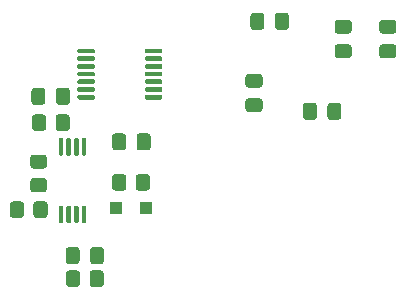
<source format=gbr>
G04 #@! TF.GenerationSoftware,KiCad,Pcbnew,5.1.9*
G04 #@! TF.CreationDate,2021-01-29T13:56:36+08:00*
G04 #@! TF.ProjectId,LaserSwitch-Slave,4c617365-7253-4776-9974-63682d536c61,rev?*
G04 #@! TF.SameCoordinates,Original*
G04 #@! TF.FileFunction,Paste,Bot*
G04 #@! TF.FilePolarity,Positive*
%FSLAX46Y46*%
G04 Gerber Fmt 4.6, Leading zero omitted, Abs format (unit mm)*
G04 Created by KiCad (PCBNEW 5.1.9) date 2021-01-29 13:56:36*
%MOMM*%
%LPD*%
G01*
G04 APERTURE LIST*
%ADD10R,1.000000X1.000000*%
G04 APERTURE END LIST*
G04 #@! TO.C,U2*
G36*
G01*
X119388200Y-100516400D02*
X119188200Y-100516400D01*
G75*
G02*
X119088200Y-100416400I0J100000D01*
G01*
X119088200Y-99141400D01*
G75*
G02*
X119188200Y-99041400I100000J0D01*
G01*
X119388200Y-99041400D01*
G75*
G02*
X119488200Y-99141400I0J-100000D01*
G01*
X119488200Y-100416400D01*
G75*
G02*
X119388200Y-100516400I-100000J0D01*
G01*
G37*
G36*
G01*
X118738200Y-100516400D02*
X118538200Y-100516400D01*
G75*
G02*
X118438200Y-100416400I0J100000D01*
G01*
X118438200Y-99141400D01*
G75*
G02*
X118538200Y-99041400I100000J0D01*
G01*
X118738200Y-99041400D01*
G75*
G02*
X118838200Y-99141400I0J-100000D01*
G01*
X118838200Y-100416400D01*
G75*
G02*
X118738200Y-100516400I-100000J0D01*
G01*
G37*
G36*
G01*
X118088200Y-100516400D02*
X117888200Y-100516400D01*
G75*
G02*
X117788200Y-100416400I0J100000D01*
G01*
X117788200Y-99141400D01*
G75*
G02*
X117888200Y-99041400I100000J0D01*
G01*
X118088200Y-99041400D01*
G75*
G02*
X118188200Y-99141400I0J-100000D01*
G01*
X118188200Y-100416400D01*
G75*
G02*
X118088200Y-100516400I-100000J0D01*
G01*
G37*
G36*
G01*
X117438200Y-100516400D02*
X117238200Y-100516400D01*
G75*
G02*
X117138200Y-100416400I0J100000D01*
G01*
X117138200Y-99141400D01*
G75*
G02*
X117238200Y-99041400I100000J0D01*
G01*
X117438200Y-99041400D01*
G75*
G02*
X117538200Y-99141400I0J-100000D01*
G01*
X117538200Y-100416400D01*
G75*
G02*
X117438200Y-100516400I-100000J0D01*
G01*
G37*
G36*
G01*
X117438200Y-106241400D02*
X117238200Y-106241400D01*
G75*
G02*
X117138200Y-106141400I0J100000D01*
G01*
X117138200Y-104866400D01*
G75*
G02*
X117238200Y-104766400I100000J0D01*
G01*
X117438200Y-104766400D01*
G75*
G02*
X117538200Y-104866400I0J-100000D01*
G01*
X117538200Y-106141400D01*
G75*
G02*
X117438200Y-106241400I-100000J0D01*
G01*
G37*
G36*
G01*
X118088200Y-106241400D02*
X117888200Y-106241400D01*
G75*
G02*
X117788200Y-106141400I0J100000D01*
G01*
X117788200Y-104866400D01*
G75*
G02*
X117888200Y-104766400I100000J0D01*
G01*
X118088200Y-104766400D01*
G75*
G02*
X118188200Y-104866400I0J-100000D01*
G01*
X118188200Y-106141400D01*
G75*
G02*
X118088200Y-106241400I-100000J0D01*
G01*
G37*
G36*
G01*
X118738200Y-106241400D02*
X118538200Y-106241400D01*
G75*
G02*
X118438200Y-106141400I0J100000D01*
G01*
X118438200Y-104866400D01*
G75*
G02*
X118538200Y-104766400I100000J0D01*
G01*
X118738200Y-104766400D01*
G75*
G02*
X118838200Y-104866400I0J-100000D01*
G01*
X118838200Y-106141400D01*
G75*
G02*
X118738200Y-106241400I-100000J0D01*
G01*
G37*
G36*
G01*
X119388200Y-106241400D02*
X119188200Y-106241400D01*
G75*
G02*
X119088200Y-106141400I0J100000D01*
G01*
X119088200Y-104866400D01*
G75*
G02*
X119188200Y-104766400I100000J0D01*
G01*
X119388200Y-104766400D01*
G75*
G02*
X119488200Y-104866400I0J-100000D01*
G01*
X119488200Y-106141400D01*
G75*
G02*
X119388200Y-106241400I-100000J0D01*
G01*
G37*
G04 #@! TD*
G04 #@! TO.C,R7*
G36*
G01*
X114992999Y-102431800D02*
X115893001Y-102431800D01*
G75*
G02*
X116143000Y-102681799I0J-249999D01*
G01*
X116143000Y-103381801D01*
G75*
G02*
X115893001Y-103631800I-249999J0D01*
G01*
X114992999Y-103631800D01*
G75*
G02*
X114743000Y-103381801I0J249999D01*
G01*
X114743000Y-102681799D01*
G75*
G02*
X114992999Y-102431800I249999J0D01*
G01*
G37*
G36*
G01*
X114992999Y-100431800D02*
X115893001Y-100431800D01*
G75*
G02*
X116143000Y-100681799I0J-249999D01*
G01*
X116143000Y-101381801D01*
G75*
G02*
X115893001Y-101631800I-249999J0D01*
G01*
X114992999Y-101631800D01*
G75*
G02*
X114743000Y-101381801I0J249999D01*
G01*
X114743000Y-100681799D01*
G75*
G02*
X114992999Y-100431800I249999J0D01*
G01*
G37*
G04 #@! TD*
G04 #@! TO.C,R6*
G36*
G01*
X114204800Y-104655199D02*
X114204800Y-105555201D01*
G75*
G02*
X113954801Y-105805200I-249999J0D01*
G01*
X113254799Y-105805200D01*
G75*
G02*
X113004800Y-105555201I0J249999D01*
G01*
X113004800Y-104655199D01*
G75*
G02*
X113254799Y-104405200I249999J0D01*
G01*
X113954801Y-104405200D01*
G75*
G02*
X114204800Y-104655199I0J-249999D01*
G01*
G37*
G36*
G01*
X116204800Y-104655199D02*
X116204800Y-105555201D01*
G75*
G02*
X115954801Y-105805200I-249999J0D01*
G01*
X115254799Y-105805200D01*
G75*
G02*
X115004800Y-105555201I0J249999D01*
G01*
X115004800Y-104655199D01*
G75*
G02*
X115254799Y-104405200I249999J0D01*
G01*
X115954801Y-104405200D01*
G75*
G02*
X116204800Y-104655199I0J-249999D01*
G01*
G37*
G04 #@! TD*
G04 #@! TO.C,R4*
G36*
G01*
X116084400Y-97289199D02*
X116084400Y-98189201D01*
G75*
G02*
X115834401Y-98439200I-249999J0D01*
G01*
X115134399Y-98439200D01*
G75*
G02*
X114884400Y-98189201I0J249999D01*
G01*
X114884400Y-97289199D01*
G75*
G02*
X115134399Y-97039200I249999J0D01*
G01*
X115834401Y-97039200D01*
G75*
G02*
X116084400Y-97289199I0J-249999D01*
G01*
G37*
G36*
G01*
X118084400Y-97289199D02*
X118084400Y-98189201D01*
G75*
G02*
X117834401Y-98439200I-249999J0D01*
G01*
X117134399Y-98439200D01*
G75*
G02*
X116884400Y-98189201I0J249999D01*
G01*
X116884400Y-97289199D01*
G75*
G02*
X117134399Y-97039200I249999J0D01*
G01*
X117834401Y-97039200D01*
G75*
G02*
X118084400Y-97289199I0J-249999D01*
G01*
G37*
G04 #@! TD*
G04 #@! TO.C,R3*
G36*
G01*
X118954600Y-110497199D02*
X118954600Y-111397201D01*
G75*
G02*
X118704601Y-111647200I-249999J0D01*
G01*
X118004599Y-111647200D01*
G75*
G02*
X117754600Y-111397201I0J249999D01*
G01*
X117754600Y-110497199D01*
G75*
G02*
X118004599Y-110247200I249999J0D01*
G01*
X118704601Y-110247200D01*
G75*
G02*
X118954600Y-110497199I0J-249999D01*
G01*
G37*
G36*
G01*
X120954600Y-110497199D02*
X120954600Y-111397201D01*
G75*
G02*
X120704601Y-111647200I-249999J0D01*
G01*
X120004599Y-111647200D01*
G75*
G02*
X119754600Y-111397201I0J249999D01*
G01*
X119754600Y-110497199D01*
G75*
G02*
X120004599Y-110247200I249999J0D01*
G01*
X120704601Y-110247200D01*
G75*
G02*
X120954600Y-110497199I0J-249999D01*
G01*
G37*
G04 #@! TD*
G04 #@! TO.C,U4*
G36*
G01*
X124451400Y-95674400D02*
X124451400Y-95474400D01*
G75*
G02*
X124551400Y-95374400I100000J0D01*
G01*
X125826400Y-95374400D01*
G75*
G02*
X125926400Y-95474400I0J-100000D01*
G01*
X125926400Y-95674400D01*
G75*
G02*
X125826400Y-95774400I-100000J0D01*
G01*
X124551400Y-95774400D01*
G75*
G02*
X124451400Y-95674400I0J100000D01*
G01*
G37*
G36*
G01*
X124451400Y-95024400D02*
X124451400Y-94824400D01*
G75*
G02*
X124551400Y-94724400I100000J0D01*
G01*
X125826400Y-94724400D01*
G75*
G02*
X125926400Y-94824400I0J-100000D01*
G01*
X125926400Y-95024400D01*
G75*
G02*
X125826400Y-95124400I-100000J0D01*
G01*
X124551400Y-95124400D01*
G75*
G02*
X124451400Y-95024400I0J100000D01*
G01*
G37*
G36*
G01*
X124451400Y-94374400D02*
X124451400Y-94174400D01*
G75*
G02*
X124551400Y-94074400I100000J0D01*
G01*
X125826400Y-94074400D01*
G75*
G02*
X125926400Y-94174400I0J-100000D01*
G01*
X125926400Y-94374400D01*
G75*
G02*
X125826400Y-94474400I-100000J0D01*
G01*
X124551400Y-94474400D01*
G75*
G02*
X124451400Y-94374400I0J100000D01*
G01*
G37*
G36*
G01*
X124451400Y-93724400D02*
X124451400Y-93524400D01*
G75*
G02*
X124551400Y-93424400I100000J0D01*
G01*
X125826400Y-93424400D01*
G75*
G02*
X125926400Y-93524400I0J-100000D01*
G01*
X125926400Y-93724400D01*
G75*
G02*
X125826400Y-93824400I-100000J0D01*
G01*
X124551400Y-93824400D01*
G75*
G02*
X124451400Y-93724400I0J100000D01*
G01*
G37*
G36*
G01*
X124451400Y-93074400D02*
X124451400Y-92874400D01*
G75*
G02*
X124551400Y-92774400I100000J0D01*
G01*
X125826400Y-92774400D01*
G75*
G02*
X125926400Y-92874400I0J-100000D01*
G01*
X125926400Y-93074400D01*
G75*
G02*
X125826400Y-93174400I-100000J0D01*
G01*
X124551400Y-93174400D01*
G75*
G02*
X124451400Y-93074400I0J100000D01*
G01*
G37*
G36*
G01*
X124451400Y-92424400D02*
X124451400Y-92224400D01*
G75*
G02*
X124551400Y-92124400I100000J0D01*
G01*
X125826400Y-92124400D01*
G75*
G02*
X125926400Y-92224400I0J-100000D01*
G01*
X125926400Y-92424400D01*
G75*
G02*
X125826400Y-92524400I-100000J0D01*
G01*
X124551400Y-92524400D01*
G75*
G02*
X124451400Y-92424400I0J100000D01*
G01*
G37*
G36*
G01*
X124451400Y-91774400D02*
X124451400Y-91574400D01*
G75*
G02*
X124551400Y-91474400I100000J0D01*
G01*
X125826400Y-91474400D01*
G75*
G02*
X125926400Y-91574400I0J-100000D01*
G01*
X125926400Y-91774400D01*
G75*
G02*
X125826400Y-91874400I-100000J0D01*
G01*
X124551400Y-91874400D01*
G75*
G02*
X124451400Y-91774400I0J100000D01*
G01*
G37*
G36*
G01*
X118726400Y-91774400D02*
X118726400Y-91574400D01*
G75*
G02*
X118826400Y-91474400I100000J0D01*
G01*
X120101400Y-91474400D01*
G75*
G02*
X120201400Y-91574400I0J-100000D01*
G01*
X120201400Y-91774400D01*
G75*
G02*
X120101400Y-91874400I-100000J0D01*
G01*
X118826400Y-91874400D01*
G75*
G02*
X118726400Y-91774400I0J100000D01*
G01*
G37*
G36*
G01*
X118726400Y-92424400D02*
X118726400Y-92224400D01*
G75*
G02*
X118826400Y-92124400I100000J0D01*
G01*
X120101400Y-92124400D01*
G75*
G02*
X120201400Y-92224400I0J-100000D01*
G01*
X120201400Y-92424400D01*
G75*
G02*
X120101400Y-92524400I-100000J0D01*
G01*
X118826400Y-92524400D01*
G75*
G02*
X118726400Y-92424400I0J100000D01*
G01*
G37*
G36*
G01*
X118726400Y-93074400D02*
X118726400Y-92874400D01*
G75*
G02*
X118826400Y-92774400I100000J0D01*
G01*
X120101400Y-92774400D01*
G75*
G02*
X120201400Y-92874400I0J-100000D01*
G01*
X120201400Y-93074400D01*
G75*
G02*
X120101400Y-93174400I-100000J0D01*
G01*
X118826400Y-93174400D01*
G75*
G02*
X118726400Y-93074400I0J100000D01*
G01*
G37*
G36*
G01*
X118726400Y-93724400D02*
X118726400Y-93524400D01*
G75*
G02*
X118826400Y-93424400I100000J0D01*
G01*
X120101400Y-93424400D01*
G75*
G02*
X120201400Y-93524400I0J-100000D01*
G01*
X120201400Y-93724400D01*
G75*
G02*
X120101400Y-93824400I-100000J0D01*
G01*
X118826400Y-93824400D01*
G75*
G02*
X118726400Y-93724400I0J100000D01*
G01*
G37*
G36*
G01*
X118726400Y-94374400D02*
X118726400Y-94174400D01*
G75*
G02*
X118826400Y-94074400I100000J0D01*
G01*
X120101400Y-94074400D01*
G75*
G02*
X120201400Y-94174400I0J-100000D01*
G01*
X120201400Y-94374400D01*
G75*
G02*
X120101400Y-94474400I-100000J0D01*
G01*
X118826400Y-94474400D01*
G75*
G02*
X118726400Y-94374400I0J100000D01*
G01*
G37*
G36*
G01*
X118726400Y-95024400D02*
X118726400Y-94824400D01*
G75*
G02*
X118826400Y-94724400I100000J0D01*
G01*
X120101400Y-94724400D01*
G75*
G02*
X120201400Y-94824400I0J-100000D01*
G01*
X120201400Y-95024400D01*
G75*
G02*
X120101400Y-95124400I-100000J0D01*
G01*
X118826400Y-95124400D01*
G75*
G02*
X118726400Y-95024400I0J100000D01*
G01*
G37*
G36*
G01*
X118726400Y-95674400D02*
X118726400Y-95474400D01*
G75*
G02*
X118826400Y-95374400I100000J0D01*
G01*
X120101400Y-95374400D01*
G75*
G02*
X120201400Y-95474400I0J-100000D01*
G01*
X120201400Y-95674400D01*
G75*
G02*
X120101400Y-95774400I-100000J0D01*
G01*
X118826400Y-95774400D01*
G75*
G02*
X118726400Y-95674400I0J100000D01*
G01*
G37*
G04 #@! TD*
G04 #@! TO.C,C16*
G36*
G01*
X116009000Y-95029000D02*
X116009000Y-95979000D01*
G75*
G02*
X115759000Y-96229000I-250000J0D01*
G01*
X115084000Y-96229000D01*
G75*
G02*
X114834000Y-95979000I0J250000D01*
G01*
X114834000Y-95029000D01*
G75*
G02*
X115084000Y-94779000I250000J0D01*
G01*
X115759000Y-94779000D01*
G75*
G02*
X116009000Y-95029000I0J-250000D01*
G01*
G37*
G36*
G01*
X118084000Y-95029000D02*
X118084000Y-95979000D01*
G75*
G02*
X117834000Y-96229000I-250000J0D01*
G01*
X117159000Y-96229000D01*
G75*
G02*
X116909000Y-95979000I0J250000D01*
G01*
X116909000Y-95029000D01*
G75*
G02*
X117159000Y-94779000I250000J0D01*
G01*
X117834000Y-94779000D01*
G75*
G02*
X118084000Y-95029000I0J-250000D01*
G01*
G37*
G04 #@! TD*
G04 #@! TO.C,R1*
G36*
G01*
X122866200Y-102343799D02*
X122866200Y-103243801D01*
G75*
G02*
X122616201Y-103493800I-249999J0D01*
G01*
X121916199Y-103493800D01*
G75*
G02*
X121666200Y-103243801I0J249999D01*
G01*
X121666200Y-102343799D01*
G75*
G02*
X121916199Y-102093800I249999J0D01*
G01*
X122616201Y-102093800D01*
G75*
G02*
X122866200Y-102343799I0J-249999D01*
G01*
G37*
G36*
G01*
X124866200Y-102343799D02*
X124866200Y-103243801D01*
G75*
G02*
X124616201Y-103493800I-249999J0D01*
G01*
X123916199Y-103493800D01*
G75*
G02*
X123666200Y-103243801I0J249999D01*
G01*
X123666200Y-102343799D01*
G75*
G02*
X123916199Y-102093800I249999J0D01*
G01*
X124616201Y-102093800D01*
G75*
G02*
X124866200Y-102343799I0J-249999D01*
G01*
G37*
G04 #@! TD*
D10*
G04 #@! TO.C,D2*
X122016200Y-104927400D03*
X124516200Y-104927400D03*
G04 #@! TD*
G04 #@! TO.C,C15*
G36*
G01*
X138996000Y-96299000D02*
X138996000Y-97249000D01*
G75*
G02*
X138746000Y-97499000I-250000J0D01*
G01*
X138071000Y-97499000D01*
G75*
G02*
X137821000Y-97249000I0J250000D01*
G01*
X137821000Y-96299000D01*
G75*
G02*
X138071000Y-96049000I250000J0D01*
G01*
X138746000Y-96049000D01*
G75*
G02*
X138996000Y-96299000I0J-250000D01*
G01*
G37*
G36*
G01*
X141071000Y-96299000D02*
X141071000Y-97249000D01*
G75*
G02*
X140821000Y-97499000I-250000J0D01*
G01*
X140146000Y-97499000D01*
G75*
G02*
X139896000Y-97249000I0J250000D01*
G01*
X139896000Y-96299000D01*
G75*
G02*
X140146000Y-96049000I250000J0D01*
G01*
X140821000Y-96049000D01*
G75*
G02*
X141071000Y-96299000I0J-250000D01*
G01*
G37*
G04 #@! TD*
G04 #@! TO.C,C14*
G36*
G01*
X144533600Y-91102600D02*
X145483600Y-91102600D01*
G75*
G02*
X145733600Y-91352600I0J-250000D01*
G01*
X145733600Y-92027600D01*
G75*
G02*
X145483600Y-92277600I-250000J0D01*
G01*
X144533600Y-92277600D01*
G75*
G02*
X144283600Y-92027600I0J250000D01*
G01*
X144283600Y-91352600D01*
G75*
G02*
X144533600Y-91102600I250000J0D01*
G01*
G37*
G36*
G01*
X144533600Y-89027600D02*
X145483600Y-89027600D01*
G75*
G02*
X145733600Y-89277600I0J-250000D01*
G01*
X145733600Y-89952600D01*
G75*
G02*
X145483600Y-90202600I-250000J0D01*
G01*
X144533600Y-90202600D01*
G75*
G02*
X144283600Y-89952600I0J250000D01*
G01*
X144283600Y-89277600D01*
G75*
G02*
X144533600Y-89027600I250000J0D01*
G01*
G37*
G04 #@! TD*
G04 #@! TO.C,C13*
G36*
G01*
X135451000Y-89629000D02*
X135451000Y-88679000D01*
G75*
G02*
X135701000Y-88429000I250000J0D01*
G01*
X136376000Y-88429000D01*
G75*
G02*
X136626000Y-88679000I0J-250000D01*
G01*
X136626000Y-89629000D01*
G75*
G02*
X136376000Y-89879000I-250000J0D01*
G01*
X135701000Y-89879000D01*
G75*
G02*
X135451000Y-89629000I0J250000D01*
G01*
G37*
G36*
G01*
X133376000Y-89629000D02*
X133376000Y-88679000D01*
G75*
G02*
X133626000Y-88429000I250000J0D01*
G01*
X134301000Y-88429000D01*
G75*
G02*
X134551000Y-88679000I0J-250000D01*
G01*
X134551000Y-89629000D01*
G75*
G02*
X134301000Y-89879000I-250000J0D01*
G01*
X133626000Y-89879000D01*
G75*
G02*
X133376000Y-89629000I0J250000D01*
G01*
G37*
G04 #@! TD*
G04 #@! TO.C,C12*
G36*
G01*
X134155200Y-94774600D02*
X133205200Y-94774600D01*
G75*
G02*
X132955200Y-94524600I0J250000D01*
G01*
X132955200Y-93849600D01*
G75*
G02*
X133205200Y-93599600I250000J0D01*
G01*
X134155200Y-93599600D01*
G75*
G02*
X134405200Y-93849600I0J-250000D01*
G01*
X134405200Y-94524600D01*
G75*
G02*
X134155200Y-94774600I-250000J0D01*
G01*
G37*
G36*
G01*
X134155200Y-96849600D02*
X133205200Y-96849600D01*
G75*
G02*
X132955200Y-96599600I0J250000D01*
G01*
X132955200Y-95924600D01*
G75*
G02*
X133205200Y-95674600I250000J0D01*
G01*
X134155200Y-95674600D01*
G75*
G02*
X134405200Y-95924600I0J-250000D01*
G01*
X134405200Y-96599600D01*
G75*
G02*
X134155200Y-96849600I-250000J0D01*
G01*
G37*
G04 #@! TD*
G04 #@! TO.C,C11*
G36*
G01*
X141699000Y-90202600D02*
X140749000Y-90202600D01*
G75*
G02*
X140499000Y-89952600I0J250000D01*
G01*
X140499000Y-89277600D01*
G75*
G02*
X140749000Y-89027600I250000J0D01*
G01*
X141699000Y-89027600D01*
G75*
G02*
X141949000Y-89277600I0J-250000D01*
G01*
X141949000Y-89952600D01*
G75*
G02*
X141699000Y-90202600I-250000J0D01*
G01*
G37*
G36*
G01*
X141699000Y-92277600D02*
X140749000Y-92277600D01*
G75*
G02*
X140499000Y-92027600I0J250000D01*
G01*
X140499000Y-91352600D01*
G75*
G02*
X140749000Y-91102600I250000J0D01*
G01*
X141699000Y-91102600D01*
G75*
G02*
X141949000Y-91352600I0J-250000D01*
G01*
X141949000Y-92027600D01*
G75*
G02*
X141699000Y-92277600I-250000J0D01*
G01*
G37*
G04 #@! TD*
G04 #@! TO.C,C7*
G36*
G01*
X122841600Y-98889800D02*
X122841600Y-99839800D01*
G75*
G02*
X122591600Y-100089800I-250000J0D01*
G01*
X121916600Y-100089800D01*
G75*
G02*
X121666600Y-99839800I0J250000D01*
G01*
X121666600Y-98889800D01*
G75*
G02*
X121916600Y-98639800I250000J0D01*
G01*
X122591600Y-98639800D01*
G75*
G02*
X122841600Y-98889800I0J-250000D01*
G01*
G37*
G36*
G01*
X124916600Y-98889800D02*
X124916600Y-99839800D01*
G75*
G02*
X124666600Y-100089800I-250000J0D01*
G01*
X123991600Y-100089800D01*
G75*
G02*
X123741600Y-99839800I0J250000D01*
G01*
X123741600Y-98889800D01*
G75*
G02*
X123991600Y-98639800I250000J0D01*
G01*
X124666600Y-98639800D01*
G75*
G02*
X124916600Y-98889800I0J-250000D01*
G01*
G37*
G04 #@! TD*
G04 #@! TO.C,C2*
G36*
G01*
X119804600Y-109466400D02*
X119804600Y-108516400D01*
G75*
G02*
X120054600Y-108266400I250000J0D01*
G01*
X120729600Y-108266400D01*
G75*
G02*
X120979600Y-108516400I0J-250000D01*
G01*
X120979600Y-109466400D01*
G75*
G02*
X120729600Y-109716400I-250000J0D01*
G01*
X120054600Y-109716400D01*
G75*
G02*
X119804600Y-109466400I0J250000D01*
G01*
G37*
G36*
G01*
X117729600Y-109466400D02*
X117729600Y-108516400D01*
G75*
G02*
X117979600Y-108266400I250000J0D01*
G01*
X118654600Y-108266400D01*
G75*
G02*
X118904600Y-108516400I0J-250000D01*
G01*
X118904600Y-109466400D01*
G75*
G02*
X118654600Y-109716400I-250000J0D01*
G01*
X117979600Y-109716400D01*
G75*
G02*
X117729600Y-109466400I0J250000D01*
G01*
G37*
G04 #@! TD*
M02*

</source>
